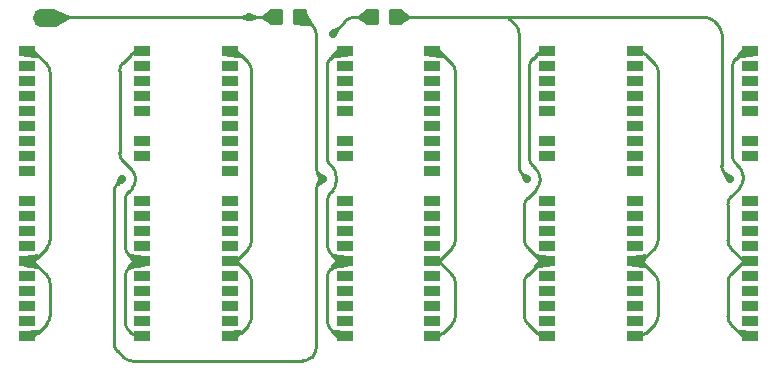
<source format=gtl>
G04 #@! TF.GenerationSoftware,KiCad,Pcbnew,7.0.6-0*
G04 #@! TF.CreationDate,2023-09-15T02:17:20-04:00*
G04 #@! TF.ProjectId,TMU Board,544d5520-426f-4617-9264-2e6b69636164,1*
G04 #@! TF.SameCoordinates,Original*
G04 #@! TF.FileFunction,Copper,L1,Top*
G04 #@! TF.FilePolarity,Positive*
%FSLAX46Y46*%
G04 Gerber Fmt 4.6, Leading zero omitted, Abs format (unit mm)*
G04 Created by KiCad (PCBNEW 7.0.6-0) date 2023-09-15 02:17:20*
%MOMM*%
%LPD*%
G01*
G04 APERTURE LIST*
G04 Aperture macros list*
%AMRoundRect*
0 Rectangle with rounded corners*
0 $1 Rounding radius*
0 $2 $3 $4 $5 $6 $7 $8 $9 X,Y pos of 4 corners*
0 Add a 4 corners polygon primitive as box body*
4,1,4,$2,$3,$4,$5,$6,$7,$8,$9,$2,$3,0*
0 Add four circle primitives for the rounded corners*
1,1,$1+$1,$2,$3*
1,1,$1+$1,$4,$5*
1,1,$1+$1,$6,$7*
1,1,$1+$1,$8,$9*
0 Add four rect primitives between the rounded corners*
20,1,$1+$1,$2,$3,$4,$5,0*
20,1,$1+$1,$4,$5,$6,$7,0*
20,1,$1+$1,$6,$7,$8,$9,0*
20,1,$1+$1,$8,$9,$2,$3,0*%
G04 Aperture macros list end*
G04 #@! TA.AperFunction,CastellatedPad*
%ADD10RoundRect,0.227500X0.477500X0.227500X-0.477500X0.227500X-0.477500X-0.227500X0.477500X-0.227500X0*%
G04 #@! TD*
G04 #@! TA.AperFunction,CastellatedPad*
%ADD11RoundRect,0.227500X-0.477500X-0.227500X0.477500X-0.227500X0.477500X0.227500X-0.477500X0.227500X0*%
G04 #@! TD*
G04 #@! TA.AperFunction,SMDPad,CuDef*
%ADD12RoundRect,0.250000X-0.350000X-0.450000X0.350000X-0.450000X0.350000X0.450000X-0.350000X0.450000X0*%
G04 #@! TD*
G04 #@! TA.AperFunction,SMDPad,CuDef*
%ADD13RoundRect,0.609600X-0.533400X-0.152400X0.533400X-0.152400X0.533400X0.152400X-0.533400X0.152400X0*%
G04 #@! TD*
G04 #@! TA.AperFunction,ViaPad*
%ADD14C,0.700000*%
G04 #@! TD*
G04 #@! TA.AperFunction,Conductor*
%ADD15C,0.250000*%
G04 #@! TD*
G04 APERTURE END LIST*
D10*
X154630000Y-114260000D03*
X154630000Y-112990000D03*
X154630000Y-111720000D03*
X154630000Y-110450000D03*
X154630000Y-109180000D03*
X154630000Y-107910000D03*
X154630000Y-106640000D03*
X154630000Y-105370000D03*
X154630000Y-104100000D03*
X154630000Y-102830000D03*
X154630000Y-99020000D03*
X154630000Y-97750000D03*
X154630000Y-95210000D03*
X154630000Y-93940000D03*
X154630000Y-92670000D03*
X154630000Y-91400000D03*
X154630000Y-90130000D03*
D11*
X144900000Y-90140000D03*
X144900000Y-91410000D03*
X144900000Y-92680000D03*
X144900000Y-93950000D03*
X144900000Y-95220000D03*
X144900000Y-96490000D03*
X144900000Y-97760000D03*
X144900000Y-99030000D03*
X144900000Y-100300000D03*
X144900000Y-102840000D03*
X144900000Y-104110000D03*
X144900000Y-105380000D03*
X144900000Y-106650000D03*
X144900000Y-107920000D03*
X144900000Y-109190000D03*
X144900000Y-110460000D03*
X144900000Y-111730000D03*
X144900000Y-113000000D03*
X144900000Y-114270000D03*
D12*
X131660000Y-87250000D03*
X133660000Y-87250000D03*
D13*
X112290000Y-87340000D03*
D10*
X171800000Y-114260000D03*
X171800000Y-112990000D03*
X171800000Y-111720000D03*
X171800000Y-110450000D03*
X171800000Y-109180000D03*
X171800000Y-107910000D03*
X171800000Y-106640000D03*
X171800000Y-105370000D03*
X171800000Y-104100000D03*
X171800000Y-102830000D03*
X171800000Y-99020000D03*
X171800000Y-97750000D03*
X171800000Y-95210000D03*
X171800000Y-93940000D03*
X171800000Y-92670000D03*
X171800000Y-91400000D03*
X171800000Y-90130000D03*
D11*
X162070000Y-90140000D03*
X162070000Y-91410000D03*
X162070000Y-92680000D03*
X162070000Y-93950000D03*
X162070000Y-95220000D03*
X162070000Y-96490000D03*
X162070000Y-97760000D03*
X162070000Y-99030000D03*
X162070000Y-100300000D03*
X162070000Y-102840000D03*
X162070000Y-104110000D03*
X162070000Y-105380000D03*
X162070000Y-106650000D03*
X162070000Y-107920000D03*
X162070000Y-109190000D03*
X162070000Y-110460000D03*
X162070000Y-111730000D03*
X162070000Y-113000000D03*
X162070000Y-114270000D03*
D10*
X120290000Y-114260000D03*
X120290000Y-112990000D03*
X120290000Y-111720000D03*
X120290000Y-110450000D03*
X120290000Y-109180000D03*
X120290000Y-107910000D03*
X120290000Y-106640000D03*
X120290000Y-105370000D03*
X120290000Y-104100000D03*
X120290000Y-102830000D03*
X120290000Y-99020000D03*
X120290000Y-97750000D03*
X120290000Y-95210000D03*
X120290000Y-93940000D03*
X120290000Y-92670000D03*
X120290000Y-91400000D03*
X120290000Y-90130000D03*
D11*
X110560000Y-90140000D03*
X110560000Y-91410000D03*
X110560000Y-92680000D03*
X110560000Y-93950000D03*
X110560000Y-95220000D03*
X110560000Y-96490000D03*
X110560000Y-97760000D03*
X110560000Y-99030000D03*
X110560000Y-100300000D03*
X110560000Y-102840000D03*
X110560000Y-104110000D03*
X110560000Y-105380000D03*
X110560000Y-106650000D03*
X110560000Y-107920000D03*
X110560000Y-109190000D03*
X110560000Y-110460000D03*
X110560000Y-111730000D03*
X110560000Y-113000000D03*
X110560000Y-114270000D03*
D10*
X137470000Y-114260000D03*
X137470000Y-112990000D03*
X137470000Y-111720000D03*
X137470000Y-110450000D03*
X137470000Y-109180000D03*
X137470000Y-107910000D03*
X137470000Y-106640000D03*
X137470000Y-105370000D03*
X137470000Y-104100000D03*
X137470000Y-102830000D03*
X137470000Y-99020000D03*
X137470000Y-97750000D03*
X137470000Y-95210000D03*
X137470000Y-93940000D03*
X137470000Y-92670000D03*
X137470000Y-91400000D03*
X137470000Y-90130000D03*
D11*
X127740000Y-90140000D03*
X127740000Y-91410000D03*
X127740000Y-92680000D03*
X127740000Y-93950000D03*
X127740000Y-95220000D03*
X127740000Y-96490000D03*
X127740000Y-97760000D03*
X127740000Y-99030000D03*
X127740000Y-100300000D03*
X127740000Y-102840000D03*
X127740000Y-104110000D03*
X127740000Y-105380000D03*
X127740000Y-106650000D03*
X127740000Y-107920000D03*
X127740000Y-109190000D03*
X127740000Y-110460000D03*
X127740000Y-111730000D03*
X127740000Y-113000000D03*
X127740000Y-114270000D03*
D12*
X139810000Y-87260000D03*
X141810000Y-87260000D03*
D14*
X136470000Y-88620000D03*
X129410000Y-87250000D03*
X118630000Y-100940000D03*
X135630000Y-100940000D03*
X170080000Y-100910000D03*
X152900000Y-100940000D03*
D15*
X129410000Y-87250000D02*
X131660000Y-87250000D01*
X129410000Y-87250000D02*
X112380000Y-87250000D01*
X138244214Y-87260000D02*
X139810000Y-87260000D01*
X136470000Y-88620000D02*
X137537107Y-87552893D01*
X112380000Y-87250000D02*
X112290000Y-87340000D01*
X138244214Y-87260010D02*
G75*
G03*
X137537107Y-87552893I-14J-999990D01*
G01*
X118410000Y-91814214D02*
X118410000Y-98725786D01*
X119182893Y-108497107D02*
X119477107Y-108202893D01*
X120550000Y-90130000D02*
X120094214Y-90130000D01*
X120164214Y-107910000D02*
X120550000Y-107910000D01*
X119467107Y-101722893D02*
X119182893Y-102007107D01*
X119760000Y-100904214D02*
X119760000Y-101015786D01*
X118702893Y-99432893D02*
X119467107Y-100197107D01*
X119387107Y-90422893D02*
X118702893Y-91107107D01*
X118890000Y-113065786D02*
X118890000Y-109204214D01*
X119377107Y-113967107D02*
X119182893Y-113772893D01*
X120550000Y-114260000D02*
X120084214Y-114260000D01*
X120184214Y-107910000D02*
X120550000Y-107910000D01*
X118890000Y-102714214D02*
X118890000Y-106635786D01*
X119182893Y-107342893D02*
X119457107Y-107617107D01*
X119182886Y-108497100D02*
G75*
G03*
X118890000Y-109204214I707114J-707100D01*
G01*
X118410010Y-98725786D02*
G75*
G03*
X118702893Y-99432893I999990J-14D01*
G01*
X119182886Y-102007100D02*
G75*
G03*
X118890000Y-102714214I707114J-707100D01*
G01*
X120094214Y-90130010D02*
G75*
G03*
X119387107Y-90422893I-14J-999990D01*
G01*
X119457100Y-107617114D02*
G75*
G03*
X120164214Y-107910000I707100J707114D01*
G01*
X118890010Y-106635786D02*
G75*
G03*
X119182893Y-107342893I999990J-14D01*
G01*
X119467114Y-101722900D02*
G75*
G03*
X119760000Y-101015786I-707114J707100D01*
G01*
X119759990Y-100904214D02*
G75*
G03*
X119467107Y-100197107I-999990J14D01*
G01*
X118702886Y-91107100D02*
G75*
G03*
X118410000Y-91814214I707114J-707100D01*
G01*
X120184214Y-107910010D02*
G75*
G03*
X119477107Y-108202893I-14J-999990D01*
G01*
X119377100Y-113967114D02*
G75*
G03*
X120084214Y-114260000I707100J707114D01*
G01*
X118890010Y-113065786D02*
G75*
G03*
X119182893Y-113772893I999990J-14D01*
G01*
X117950000Y-114835786D02*
X117950000Y-102034214D01*
X134010000Y-87210000D02*
X134767107Y-87967107D01*
X135060000Y-101924214D02*
X135060000Y-115215786D01*
X135352893Y-100662893D02*
X135630000Y-100940000D01*
X135630000Y-100940000D02*
X135352893Y-101217107D01*
X133955786Y-116320000D02*
X119434214Y-116320000D01*
X118242893Y-101327107D02*
X118630000Y-100940000D01*
X118727107Y-116027107D02*
X118242893Y-115542893D01*
X134767107Y-115922893D02*
X134662893Y-116027107D01*
X135060000Y-88674214D02*
X135060000Y-99955786D01*
X135060010Y-99955786D02*
G75*
G03*
X135352893Y-100662893I999990J-14D01*
G01*
X117950010Y-114835786D02*
G75*
G03*
X118242893Y-115542893I999990J-14D01*
G01*
X118242886Y-101327100D02*
G75*
G03*
X117950000Y-102034214I707114J-707100D01*
G01*
X134767114Y-115922900D02*
G75*
G03*
X135060000Y-115215786I-707114J707100D01*
G01*
X135352886Y-101217100D02*
G75*
G03*
X135060000Y-101924214I707114J-707100D01*
G01*
X135059990Y-88674214D02*
G75*
G03*
X134767107Y-87967107I-999990J14D01*
G01*
X133955786Y-116319990D02*
G75*
G03*
X134662893Y-116027107I14J999990D01*
G01*
X118727100Y-116027114D02*
G75*
G03*
X119434214Y-116320000I707100J707114D01*
G01*
X111462893Y-90432893D02*
X112227107Y-91197107D01*
X112520000Y-112515786D02*
X112520000Y-109774214D01*
X110300000Y-90140000D02*
X110755786Y-90140000D01*
X112520000Y-91904214D02*
X112520000Y-106075786D01*
X110665786Y-107920000D02*
X110300000Y-107920000D01*
X111472893Y-113977107D02*
X112227107Y-113222893D01*
X110300000Y-114270000D02*
X110765786Y-114270000D01*
X112227107Y-109067107D02*
X111372893Y-108212893D01*
X110675786Y-107920000D02*
X110300000Y-107920000D01*
X112227107Y-106782893D02*
X111382893Y-107627107D01*
X111462900Y-90432886D02*
G75*
G03*
X110755786Y-90140000I-707100J-707114D01*
G01*
X110675786Y-107919990D02*
G75*
G03*
X111382893Y-107627107I14J999990D01*
G01*
X112227114Y-106782900D02*
G75*
G03*
X112520000Y-106075786I-707114J707100D01*
G01*
X112227114Y-113222900D02*
G75*
G03*
X112520000Y-112515786I-707114J707100D01*
G01*
X112519990Y-91904214D02*
G75*
G03*
X112227107Y-91197107I-999990J14D01*
G01*
X111372900Y-108212886D02*
G75*
G03*
X110665786Y-107920000I-707100J-707114D01*
G01*
X110765786Y-114269990D02*
G75*
G03*
X111472893Y-113977107I14J999990D01*
G01*
X112519990Y-109774214D02*
G75*
G03*
X112227107Y-109067107I-999990J14D01*
G01*
X137364214Y-107910000D02*
X137730000Y-107910000D01*
X136302893Y-108547107D02*
X136647107Y-108202893D01*
X136740000Y-100664214D02*
X136740000Y-101215786D01*
X135970000Y-91444214D02*
X135970000Y-99065786D01*
X136302893Y-107262893D02*
X136657107Y-107617107D01*
X136262893Y-99772893D02*
X136447107Y-99957107D01*
X136010000Y-102774214D02*
X136010000Y-106555786D01*
X136447107Y-101922893D02*
X136302893Y-102067107D01*
X137730000Y-114260000D02*
X137284214Y-114260000D01*
X136010000Y-112985786D02*
X136010000Y-109254214D01*
X136577107Y-90422893D02*
X136262893Y-90737107D01*
X136577107Y-113967107D02*
X136302893Y-113692893D01*
X137730000Y-90130000D02*
X137284214Y-90130000D01*
X137354214Y-107910000D02*
X137730000Y-107910000D01*
X136010010Y-112985786D02*
G75*
G03*
X136302893Y-113692893I999990J-14D01*
G01*
X136657100Y-107617114D02*
G75*
G03*
X137364214Y-107910000I707100J707114D01*
G01*
X136262886Y-90737100D02*
G75*
G03*
X135970000Y-91444214I707114J-707100D01*
G01*
X136447114Y-101922900D02*
G75*
G03*
X136740000Y-101215786I-707114J707100D01*
G01*
X136302886Y-108547100D02*
G75*
G03*
X136010000Y-109254214I707114J-707100D01*
G01*
X136010010Y-106555786D02*
G75*
G03*
X136302893Y-107262893I999990J-14D01*
G01*
X135970010Y-99065786D02*
G75*
G03*
X136262893Y-99772893I999990J-14D01*
G01*
X136302886Y-102067100D02*
G75*
G03*
X136010000Y-102774214I707114J-707100D01*
G01*
X137354214Y-107910010D02*
G75*
G03*
X136647107Y-108202893I-14J-999990D01*
G01*
X136739990Y-100664214D02*
G75*
G03*
X136447107Y-99957107I-999990J14D01*
G01*
X137284214Y-90130010D02*
G75*
G03*
X136577107Y-90422893I-14J-999990D01*
G01*
X136577100Y-113967114D02*
G75*
G03*
X137284214Y-114260000I707100J707114D01*
G01*
X129580000Y-112635786D02*
X129580000Y-109634214D01*
X128250000Y-107920000D02*
X127942211Y-107920000D01*
X127480000Y-114270000D02*
X127945786Y-114270000D01*
X128652893Y-113977107D02*
X129287107Y-113342893D01*
X128280000Y-107920000D02*
X127942211Y-107920000D01*
X127480000Y-90140000D02*
X127945786Y-90140000D01*
X127942211Y-107920000D02*
X127480000Y-107920000D01*
X129287107Y-106882893D02*
X128250000Y-107920000D01*
X128652893Y-90432893D02*
X129287107Y-91067107D01*
X129580000Y-91774214D02*
X129580000Y-106175786D01*
X129287107Y-108927107D02*
X128280000Y-107920000D01*
X128652900Y-90432886D02*
G75*
G03*
X127945786Y-90140000I-707100J-707114D01*
G01*
X129579990Y-109634214D02*
G75*
G03*
X129287107Y-108927107I-999990J14D01*
G01*
X129579990Y-91774214D02*
G75*
G03*
X129287107Y-91067107I-999990J14D01*
G01*
X129287114Y-106882900D02*
G75*
G03*
X129580000Y-106175786I-707114J707100D01*
G01*
X127945786Y-114269990D02*
G75*
G03*
X128652893Y-113977107I14J999990D01*
G01*
X129287114Y-113342900D02*
G75*
G03*
X129580000Y-112635786I-707114J707100D01*
G01*
X154524214Y-107910000D02*
X154890000Y-107910000D01*
X154890000Y-90130000D02*
X154434214Y-90130000D01*
X152972893Y-109027107D02*
X153797107Y-108202893D01*
X152680000Y-103254214D02*
X152680000Y-106065786D01*
X153727107Y-90422893D02*
X153402893Y-90747107D01*
X153110000Y-91454214D02*
X153110000Y-99125786D01*
X153402893Y-99832893D02*
X153687107Y-100117107D01*
X154890000Y-114260000D02*
X154434214Y-114260000D01*
X152680000Y-112505786D02*
X152680000Y-109734214D01*
X153980000Y-100824214D02*
X153980000Y-101125786D01*
X153687107Y-101832893D02*
X152972893Y-102547107D01*
X154504214Y-107910000D02*
X154890000Y-107910000D01*
X153727107Y-113967107D02*
X152972893Y-113212893D01*
X152972893Y-106772893D02*
X153817107Y-107617107D01*
X153817100Y-107617114D02*
G75*
G03*
X154524214Y-107910000I707100J707114D01*
G01*
X154434214Y-90130010D02*
G75*
G03*
X153727107Y-90422893I-14J-999990D01*
G01*
X152680010Y-112505786D02*
G75*
G03*
X152972893Y-113212893I999990J-14D01*
G01*
X153687114Y-101832900D02*
G75*
G03*
X153980000Y-101125786I-707114J707100D01*
G01*
X153979990Y-100824214D02*
G75*
G03*
X153687107Y-100117107I-999990J14D01*
G01*
X153110010Y-99125786D02*
G75*
G03*
X153402893Y-99832893I999990J-14D01*
G01*
X152972886Y-109027100D02*
G75*
G03*
X152680000Y-109734214I707114J-707100D01*
G01*
X153727100Y-113967114D02*
G75*
G03*
X154434214Y-114260000I707100J707114D01*
G01*
X154504214Y-107910010D02*
G75*
G03*
X153797107Y-108202893I-14J-999990D01*
G01*
X152972886Y-102547100D02*
G75*
G03*
X152680000Y-103254214I707114J-707100D01*
G01*
X152680010Y-106065786D02*
G75*
G03*
X152972893Y-106772893I999990J-14D01*
G01*
X153402886Y-90747100D02*
G75*
G03*
X153110000Y-91454214I707114J-707100D01*
G01*
X169380000Y-99795786D02*
X169380000Y-88634214D01*
X151947107Y-87897107D02*
X151320000Y-87270000D01*
X169087107Y-87927107D02*
X168712893Y-87552893D01*
X170080000Y-100910000D02*
X169672893Y-100502893D01*
X151320000Y-87270000D02*
X151320000Y-87260000D01*
X151320000Y-87260000D02*
X141810000Y-87260000D01*
X152240000Y-99865786D02*
X152240000Y-88604214D01*
X152900000Y-100940000D02*
X152532893Y-100572893D01*
X168005786Y-87260000D02*
X151320000Y-87260000D01*
X169379990Y-88634214D02*
G75*
G03*
X169087107Y-87927107I-999990J14D01*
G01*
X152239990Y-88604214D02*
G75*
G03*
X151947107Y-87897107I-999990J14D01*
G01*
X152240010Y-99865786D02*
G75*
G03*
X152532893Y-100572893I999990J-14D01*
G01*
X169380010Y-99795786D02*
G75*
G03*
X169672893Y-100502893I999990J-14D01*
G01*
X168712900Y-87552886D02*
G75*
G03*
X168005786Y-87260000I-707100J-707114D01*
G01*
X144640000Y-114270000D02*
X145115786Y-114270000D01*
X146850000Y-112535786D02*
X146850000Y-109754214D01*
X145812893Y-90432893D02*
X146557107Y-91177107D01*
X146850000Y-91884214D02*
X146850000Y-106085786D01*
X146557107Y-109047107D02*
X145430000Y-107920000D01*
X145430000Y-107920000D02*
X144640000Y-107920000D01*
X146557107Y-106792893D02*
X145430000Y-107920000D01*
X144640000Y-90140000D02*
X145105786Y-90140000D01*
X145822893Y-113977107D02*
X146557107Y-113242893D01*
X146557114Y-113242900D02*
G75*
G03*
X146850000Y-112535786I-707114J707100D01*
G01*
X145812900Y-90432886D02*
G75*
G03*
X145105786Y-90140000I-707100J-707114D01*
G01*
X145115786Y-114269990D02*
G75*
G03*
X145822893Y-113977107I14J999990D01*
G01*
X146849990Y-109754214D02*
G75*
G03*
X146557107Y-109047107I-999990J14D01*
G01*
X146557114Y-106792900D02*
G75*
G03*
X146850000Y-106085786I-707114J707100D01*
G01*
X146849990Y-91884214D02*
G75*
G03*
X146557107Y-91177107I-999990J14D01*
G01*
X170917107Y-90422893D02*
X170582893Y-90757107D01*
X170582893Y-99632893D02*
X170877107Y-99927107D01*
X171170000Y-100634214D02*
X171170000Y-101035786D01*
X170202893Y-106842893D02*
X171270000Y-107910000D01*
X169910000Y-103124214D02*
X169910000Y-106135786D01*
X170877107Y-101742893D02*
X170202893Y-102417107D01*
X171270000Y-107910000D02*
X172060000Y-107910000D01*
X170290000Y-91464214D02*
X170290000Y-98925786D01*
X172060000Y-90130000D02*
X171624214Y-90130000D01*
X170907107Y-113967107D02*
X170212893Y-113272893D01*
X172060000Y-114260000D02*
X171614214Y-114260000D01*
X169920000Y-112565786D02*
X169920000Y-109674214D01*
X170212893Y-108967107D02*
X171270000Y-107910000D01*
X170907100Y-113967114D02*
G75*
G03*
X171614214Y-114260000I707100J707114D01*
G01*
X170582886Y-90757100D02*
G75*
G03*
X170290000Y-91464214I707114J-707100D01*
G01*
X170290010Y-98925786D02*
G75*
G03*
X170582893Y-99632893I999990J-14D01*
G01*
X169910010Y-106135786D02*
G75*
G03*
X170202893Y-106842893I999990J-14D01*
G01*
X169920010Y-112565786D02*
G75*
G03*
X170212893Y-113272893I999990J-14D01*
G01*
X170202886Y-102417100D02*
G75*
G03*
X169910000Y-103124214I707114J-707100D01*
G01*
X170877114Y-101742900D02*
G75*
G03*
X171170000Y-101035786I-707114J707100D01*
G01*
X170212886Y-108967100D02*
G75*
G03*
X169920000Y-109674214I707114J-707100D01*
G01*
X171624214Y-90130010D02*
G75*
G03*
X170917107Y-90422893I-14J-999990D01*
G01*
X171169990Y-100634214D02*
G75*
G03*
X170877107Y-99927107I-999990J14D01*
G01*
X162272211Y-107920000D02*
X162590000Y-107920000D01*
X162275786Y-90140000D02*
X161810000Y-90140000D01*
X162590000Y-107920000D02*
X163737107Y-106772893D01*
X162272211Y-107920000D02*
X162600000Y-107920000D01*
X162600000Y-107920000D02*
X163737107Y-109057107D01*
X164030000Y-106065786D02*
X164030000Y-91894214D01*
X163737107Y-91187107D02*
X162982893Y-90432893D01*
X161810000Y-107920000D02*
X162272211Y-107920000D01*
X162265786Y-114270000D02*
X161810000Y-114270000D01*
X163737107Y-113212893D02*
X162972893Y-113977107D01*
X164030000Y-109764214D02*
X164030000Y-112505786D01*
X164029990Y-91894214D02*
G75*
G03*
X163737107Y-91187107I-999990J14D01*
G01*
X164029990Y-109764214D02*
G75*
G03*
X163737107Y-109057107I-999990J14D01*
G01*
X162982900Y-90432886D02*
G75*
G03*
X162275786Y-90140000I-707100J-707114D01*
G01*
X162265786Y-114269990D02*
G75*
G03*
X162972893Y-113977107I14J999990D01*
G01*
X163737114Y-106772900D02*
G75*
G03*
X164030000Y-106065786I-707114J707100D01*
G01*
X163737114Y-113212900D02*
G75*
G03*
X164030000Y-112505786I-707114J707100D01*
G01*
G04 #@! TA.AperFunction,Conductor*
G36*
X162777084Y-107807841D02*
G01*
X162779054Y-107809816D01*
X162872831Y-107929565D01*
X163178731Y-108320186D01*
X163181133Y-108328813D01*
X163177792Y-108335673D01*
X163012272Y-108501193D01*
X163003999Y-108504620D01*
X163002818Y-108504560D01*
X161820815Y-108384593D01*
X161812930Y-108380348D01*
X161810296Y-108372953D01*
X161810296Y-107929565D01*
X161813723Y-107921292D01*
X161820613Y-107917948D01*
X162768467Y-107805414D01*
X162777084Y-107807841D01*
G37*
G04 #@! TD.AperFunction*
G04 #@! TA.AperFunction,Conductor*
G36*
X131122375Y-86657745D02*
G01*
X131653840Y-87242128D01*
X131656871Y-87250554D01*
X131653840Y-87257872D01*
X131122375Y-87842254D01*
X131114273Y-87846069D01*
X131106853Y-87843855D01*
X130464834Y-87378503D01*
X130460146Y-87370873D01*
X130460000Y-87369030D01*
X130460000Y-87130969D01*
X130463427Y-87122696D01*
X130464834Y-87121496D01*
X131106855Y-86656143D01*
X131115562Y-86654063D01*
X131122375Y-86657745D01*
G37*
G04 #@! TD.AperFunction*
G04 #@! TA.AperFunction,Conductor*
G36*
X111267222Y-107822328D02*
G01*
X111268987Y-107824107D01*
X111353322Y-107929716D01*
X111690996Y-108352573D01*
X111693480Y-108361176D01*
X111690126Y-108368147D01*
X111524791Y-108533482D01*
X111516518Y-108536909D01*
X111515076Y-108536820D01*
X110310757Y-108387205D01*
X110302969Y-108382784D01*
X110300499Y-108375594D01*
X110300499Y-107929716D01*
X110303926Y-107921443D01*
X110310990Y-107918078D01*
X111258641Y-107819773D01*
X111267222Y-107822328D01*
G37*
G04 #@! TD.AperFunction*
G04 #@! TA.AperFunction,Conductor*
G36*
X153931345Y-107799831D02*
G01*
X154879128Y-107907971D01*
X154886958Y-107912313D01*
X154889500Y-107919595D01*
X154889500Y-108364208D01*
X154886073Y-108372481D01*
X154879115Y-108375834D01*
X153668995Y-108512749D01*
X153660389Y-108510274D01*
X153659407Y-108509396D01*
X153494092Y-108344081D01*
X153490665Y-108335808D01*
X153493297Y-108328415D01*
X153920960Y-107804060D01*
X153928843Y-107799817D01*
X153931345Y-107799831D01*
G37*
G04 #@! TD.AperFunction*
G04 #@! TA.AperFunction,Conductor*
G36*
X128730307Y-113729319D02*
G01*
X128730881Y-113729856D01*
X128896120Y-113895095D01*
X128899547Y-113903368D01*
X128896611Y-113911119D01*
X128449243Y-114416980D01*
X128441196Y-114420907D01*
X128438671Y-114420788D01*
X127490391Y-114272442D01*
X127482747Y-114267778D01*
X127480499Y-114260886D01*
X127480499Y-113820913D01*
X127483927Y-113812641D01*
X127491412Y-113809241D01*
X128721824Y-113726455D01*
X128730307Y-113729319D01*
G37*
G04 #@! TD.AperFunction*
G04 #@! TA.AperFunction,Conductor*
G36*
X145607374Y-89991318D02*
G01*
X145609244Y-89993019D01*
X146056611Y-90498881D01*
X146059525Y-90507348D01*
X146056120Y-90514904D01*
X145890881Y-90680143D01*
X145882608Y-90683570D01*
X145881823Y-90683544D01*
X144651010Y-90600730D01*
X144642985Y-90596755D01*
X144640095Y-90589056D01*
X144640095Y-90149177D01*
X144643522Y-90140904D01*
X144649981Y-90137620D01*
X145598671Y-89989211D01*
X145607374Y-89991318D01*
G37*
G04 #@! TD.AperFunction*
G04 #@! TA.AperFunction,Conductor*
G36*
X113063734Y-86627503D02*
G01*
X113068629Y-86629656D01*
X114188010Y-87121926D01*
X114194204Y-87128393D01*
X114195000Y-87132636D01*
X114195000Y-87368363D01*
X114191573Y-87376636D01*
X114189304Y-87378405D01*
X113064232Y-88051083D01*
X113055373Y-88052387D01*
X113050250Y-88049599D01*
X112330200Y-87378405D01*
X112298179Y-87348556D01*
X112294465Y-87340411D01*
X112297600Y-87332022D01*
X112298167Y-87331454D01*
X113051049Y-86629655D01*
X113059437Y-86626521D01*
X113063734Y-86627503D01*
G37*
G04 #@! TD.AperFunction*
G04 #@! TA.AperFunction,Conductor*
G36*
X136492927Y-113701215D02*
G01*
X137718723Y-113798035D01*
X137726699Y-113802102D01*
X137729500Y-113809698D01*
X137729500Y-114250762D01*
X137726073Y-114259035D01*
X137719487Y-114262340D01*
X136771333Y-114400490D01*
X136762652Y-114398292D01*
X136760810Y-114396581D01*
X136317930Y-113885801D01*
X136315100Y-113877305D01*
X136318496Y-113869864D01*
X136483754Y-113704606D01*
X136492026Y-113701180D01*
X136492927Y-113701215D01*
G37*
G04 #@! TD.AperFunction*
G04 #@! TA.AperFunction,Conductor*
G36*
X171101335Y-89994663D02*
G01*
X172049427Y-90127709D01*
X172057142Y-90132251D01*
X172059499Y-90139294D01*
X172059499Y-90580931D01*
X172056072Y-90589204D01*
X172048788Y-90592589D01*
X170825333Y-90696401D01*
X170816800Y-90693686D01*
X170816071Y-90693016D01*
X170650806Y-90527751D01*
X170647379Y-90519478D01*
X170650202Y-90511857D01*
X170976111Y-90132251D01*
X171090833Y-89998627D01*
X171098821Y-89994583D01*
X171101335Y-89994663D01*
G37*
G04 #@! TD.AperFunction*
G04 #@! TA.AperFunction,Conductor*
G36*
X169714569Y-100365186D02*
G01*
X169716750Y-100366153D01*
X170203529Y-100582025D01*
X170209703Y-100588511D01*
X170209606Y-100597172D01*
X170082412Y-100906316D01*
X170076095Y-100912663D01*
X170076039Y-100912686D01*
X169766927Y-101039712D01*
X169757972Y-101039687D01*
X169751899Y-101033882D01*
X169505114Y-100510581D01*
X169504684Y-100501636D01*
X169509195Y-100495863D01*
X169703327Y-100366152D01*
X169712109Y-100364406D01*
X169714569Y-100365186D01*
G37*
G04 #@! TD.AperFunction*
G04 #@! TA.AperFunction,Conductor*
G36*
X136771353Y-107804798D02*
G01*
X137719069Y-107908024D01*
X137726920Y-107912325D01*
X137729500Y-107919654D01*
X137729500Y-108364894D01*
X137726073Y-108373167D01*
X137719179Y-108376512D01*
X136511960Y-108519784D01*
X136503341Y-108517357D01*
X136502308Y-108516439D01*
X136336982Y-108351113D01*
X136333555Y-108342840D01*
X136336148Y-108335495D01*
X136760985Y-107809081D01*
X136768847Y-107804796D01*
X136771353Y-107804798D01*
G37*
G04 #@! TD.AperFunction*
G04 #@! TA.AperFunction,Conductor*
G36*
X142363145Y-86666143D02*
G01*
X143005166Y-87131496D01*
X143009854Y-87139126D01*
X143010000Y-87140969D01*
X143010000Y-87379030D01*
X143006573Y-87387303D01*
X143005166Y-87388503D01*
X142363146Y-87853855D01*
X142354437Y-87855936D01*
X142347624Y-87852254D01*
X141924775Y-87387303D01*
X141816158Y-87267871D01*
X141813128Y-87259446D01*
X141816159Y-87252128D01*
X142347626Y-86667743D01*
X142355726Y-86663930D01*
X142363145Y-86666143D01*
G37*
G04 #@! TD.AperFunction*
G04 #@! TA.AperFunction,Conductor*
G36*
X170822927Y-113701215D02*
G01*
X172048723Y-113798035D01*
X172056699Y-113802102D01*
X172059500Y-113809698D01*
X172059500Y-114250761D01*
X172056073Y-114259034D01*
X172049487Y-114262339D01*
X171101333Y-114400490D01*
X171092652Y-114398292D01*
X171090810Y-114396581D01*
X170647930Y-113885801D01*
X170645100Y-113877305D01*
X170648496Y-113869864D01*
X170813754Y-113704606D01*
X170822026Y-113701180D01*
X170822927Y-113701215D01*
G37*
G04 #@! TD.AperFunction*
G04 #@! TA.AperFunction,Conductor*
G36*
X130102170Y-87122256D02*
G01*
X130108844Y-87128225D01*
X130110000Y-87133297D01*
X130110000Y-87366702D01*
X130106573Y-87374975D01*
X130102169Y-87377744D01*
X129554355Y-87569707D01*
X129545414Y-87569209D01*
X129539688Y-87563171D01*
X129410880Y-87254506D01*
X129410857Y-87245551D01*
X129410880Y-87245494D01*
X129457701Y-87133297D01*
X129539688Y-86936827D01*
X129546037Y-86930513D01*
X129554355Y-86930292D01*
X130102170Y-87122256D01*
G37*
G04 #@! TD.AperFunction*
G04 #@! TA.AperFunction,Conductor*
G36*
X135295778Y-100383094D02*
G01*
X135754198Y-100611783D01*
X135760071Y-100618542D01*
X135759793Y-100626708D01*
X135632240Y-100936411D01*
X135625921Y-100942755D01*
X135625869Y-100942777D01*
X135317447Y-101069499D01*
X135308492Y-101069474D01*
X135302185Y-101063140D01*
X135064496Y-100487183D01*
X135064507Y-100478228D01*
X135070832Y-100471912D01*
X135286081Y-100382756D01*
X135295035Y-100382756D01*
X135295778Y-100383094D01*
G37*
G04 #@! TD.AperFunction*
G04 #@! TA.AperFunction,Conductor*
G36*
X111267361Y-89996511D02*
G01*
X111269218Y-89998219D01*
X111714340Y-90506540D01*
X111717212Y-90515021D01*
X111713811Y-90522520D01*
X111548564Y-90687767D01*
X111540291Y-90691194D01*
X111539438Y-90691163D01*
X110311346Y-90601352D01*
X110303344Y-90597331D01*
X110300500Y-90589685D01*
X110300500Y-90149172D01*
X110303926Y-90140902D01*
X110310448Y-90137607D01*
X111258669Y-89994358D01*
X111267361Y-89996511D01*
G37*
G04 #@! TD.AperFunction*
G04 #@! TA.AperFunction,Conductor*
G36*
X152574382Y-100434830D02*
G01*
X153022911Y-100612279D01*
X153029343Y-100618509D01*
X153029486Y-100627462D01*
X153029426Y-100627610D01*
X152902412Y-100936316D01*
X152896095Y-100942663D01*
X152896039Y-100942686D01*
X152587294Y-101069561D01*
X152578339Y-101069536D01*
X152572097Y-101063357D01*
X152364654Y-100580403D01*
X152364537Y-100571449D01*
X152368902Y-100566058D01*
X152563581Y-100435982D01*
X152572364Y-100434236D01*
X152574382Y-100434830D01*
G37*
G04 #@! TD.AperFunction*
G04 #@! TA.AperFunction,Conductor*
G36*
X136514912Y-107293178D02*
G01*
X137719245Y-107442792D01*
X137727030Y-107447212D01*
X137729500Y-107454402D01*
X137729500Y-107900281D01*
X137726073Y-107908554D01*
X137719007Y-107911919D01*
X136771359Y-108010225D01*
X136762777Y-108007670D01*
X136761012Y-108005891D01*
X136339002Y-107477425D01*
X136336519Y-107468823D01*
X136339872Y-107461853D01*
X136505209Y-107296516D01*
X136513481Y-107293090D01*
X136514912Y-107293178D01*
G37*
G04 #@! TD.AperFunction*
G04 #@! TA.AperFunction,Conductor*
G36*
X128447374Y-89991318D02*
G01*
X128449244Y-89993019D01*
X128896611Y-90498881D01*
X128899525Y-90507348D01*
X128896120Y-90514904D01*
X128730881Y-90680143D01*
X128722608Y-90683570D01*
X128721823Y-90683544D01*
X127491415Y-90600757D01*
X127483390Y-90596782D01*
X127480500Y-90589083D01*
X127480500Y-90498881D01*
X127480499Y-90149111D01*
X127483926Y-90140841D01*
X127490386Y-90137557D01*
X128438671Y-89989211D01*
X128447374Y-89991318D01*
G37*
G04 #@! TD.AperFunction*
G04 #@! TA.AperFunction,Conductor*
G36*
X153674912Y-107293178D02*
G01*
X154879245Y-107442792D01*
X154887030Y-107447212D01*
X154889500Y-107454402D01*
X154889500Y-107900281D01*
X154886073Y-107908554D01*
X154879007Y-107911919D01*
X153931359Y-108010225D01*
X153922777Y-108007670D01*
X153921012Y-108005891D01*
X153499002Y-107477425D01*
X153496519Y-107468823D01*
X153499872Y-107461853D01*
X153665209Y-107296516D01*
X153673481Y-107293090D01*
X153674912Y-107293178D01*
G37*
G04 #@! TD.AperFunction*
G04 #@! TA.AperFunction,Conductor*
G36*
X136771326Y-89989507D02*
G01*
X137719487Y-90127657D01*
X137727180Y-90132241D01*
X137729500Y-90139235D01*
X137729500Y-90580299D01*
X137726073Y-90588572D01*
X137718721Y-90591963D01*
X136492947Y-90688783D01*
X136484430Y-90686018D01*
X136483753Y-90685392D01*
X136318497Y-90520136D01*
X136315070Y-90511863D01*
X136317929Y-90504199D01*
X136760809Y-89993419D01*
X136768815Y-89989416D01*
X136771326Y-89989507D01*
G37*
G04 #@! TD.AperFunction*
G04 #@! TA.AperFunction,Conductor*
G36*
X135625870Y-100937223D02*
G01*
X135632218Y-100943535D01*
X135632240Y-100943588D01*
X135759793Y-101253291D01*
X135759775Y-101262246D01*
X135754198Y-101268217D01*
X135295780Y-101496904D01*
X135286847Y-101497530D01*
X135286080Y-101497243D01*
X135070834Y-101408088D01*
X135064502Y-101401757D01*
X135064496Y-101392816D01*
X135302186Y-100816857D01*
X135308508Y-100810518D01*
X135317445Y-100810500D01*
X135625870Y-100937223D01*
G37*
G04 #@! TD.AperFunction*
G04 #@! TA.AperFunction,Conductor*
G36*
X118317098Y-100810357D02*
G01*
X118626039Y-100937313D01*
X118632389Y-100943627D01*
X118632412Y-100943683D01*
X118759521Y-101252621D01*
X118759500Y-101261576D01*
X118753237Y-101267858D01*
X118284484Y-101464984D01*
X118275529Y-101465032D01*
X118273448Y-101463927D01*
X118079055Y-101334043D01*
X118074080Y-101326598D01*
X118074890Y-101319505D01*
X118301991Y-100816365D01*
X118308516Y-100810236D01*
X118317098Y-100810357D01*
G37*
G04 #@! TD.AperFunction*
G04 #@! TA.AperFunction,Conductor*
G36*
X129274585Y-86930790D02*
G01*
X129280311Y-86936828D01*
X129409119Y-87245494D01*
X129409142Y-87254449D01*
X129409119Y-87254506D01*
X129280311Y-87563171D01*
X129273962Y-87569486D01*
X129265644Y-87569707D01*
X128717831Y-87377744D01*
X128711156Y-87371774D01*
X128710000Y-87366702D01*
X128710000Y-87133297D01*
X128713427Y-87125024D01*
X128717827Y-87122256D01*
X129265644Y-86930292D01*
X129274585Y-86930790D01*
G37*
G04 #@! TD.AperFunction*
G04 #@! TA.AperFunction,Conductor*
G36*
X120539008Y-107908078D02*
G01*
X120546883Y-107912341D01*
X120549500Y-107919716D01*
X120549500Y-108365595D01*
X120546073Y-108373868D01*
X120539242Y-108377206D01*
X119334923Y-108526820D01*
X119326291Y-108524439D01*
X119325208Y-108523482D01*
X119159873Y-108358147D01*
X119156446Y-108349874D01*
X119159002Y-108342575D01*
X119581011Y-107814108D01*
X119588850Y-107809784D01*
X119591352Y-107809773D01*
X120539008Y-107908078D01*
G37*
G04 #@! TD.AperFunction*
G04 #@! TA.AperFunction,Conductor*
G36*
X111550307Y-113729319D02*
G01*
X111550881Y-113729856D01*
X111716120Y-113895095D01*
X111719547Y-113903368D01*
X111716611Y-113911119D01*
X111269243Y-114416980D01*
X111261196Y-114420907D01*
X111258671Y-114420788D01*
X110310391Y-114272442D01*
X110302747Y-114267778D01*
X110300500Y-114260886D01*
X110300500Y-113820911D01*
X110303926Y-113812641D01*
X110311411Y-113809241D01*
X111541824Y-113726455D01*
X111550307Y-113729319D01*
G37*
G04 #@! TD.AperFunction*
G04 #@! TA.AperFunction,Conductor*
G36*
X111526659Y-107312643D02*
G01*
X111527691Y-107313560D01*
X111693017Y-107478886D01*
X111696444Y-107487159D01*
X111693849Y-107494507D01*
X111269015Y-108020917D01*
X111261152Y-108025203D01*
X111258643Y-108025200D01*
X110509236Y-107943573D01*
X110310931Y-107921973D01*
X110303079Y-107917672D01*
X110300499Y-107910343D01*
X110300499Y-107465103D01*
X110303926Y-107456830D01*
X110310817Y-107453486D01*
X111518039Y-107310215D01*
X111526659Y-107312643D01*
G37*
G04 #@! TD.AperFunction*
G04 #@! TA.AperFunction,Conductor*
G36*
X139272375Y-86667745D02*
G01*
X139803840Y-87252128D01*
X139806871Y-87260554D01*
X139803840Y-87267872D01*
X139272375Y-87852254D01*
X139264273Y-87856069D01*
X139256853Y-87853855D01*
X138614834Y-87388503D01*
X138610146Y-87380873D01*
X138610000Y-87379030D01*
X138610000Y-87140969D01*
X138613427Y-87132696D01*
X138614834Y-87131496D01*
X139256855Y-86666143D01*
X139265562Y-86664063D01*
X139272375Y-86667745D01*
G37*
G04 #@! TD.AperFunction*
G04 #@! TA.AperFunction,Conductor*
G36*
X163011365Y-107327996D02*
G01*
X163012311Y-107328845D01*
X163177818Y-107494352D01*
X163181245Y-107502625D01*
X163178782Y-107509806D01*
X162779025Y-108023966D01*
X162771241Y-108028394D01*
X162768482Y-108028412D01*
X161820690Y-107921986D01*
X161812851Y-107917657D01*
X161810296Y-107910359D01*
X161810296Y-107466143D01*
X161813723Y-107457870D01*
X161820723Y-107454513D01*
X163002769Y-107325487D01*
X163011365Y-107327996D01*
G37*
G04 #@! TD.AperFunction*
G04 #@! TA.AperFunction,Conductor*
G36*
X134265769Y-86925532D02*
G01*
X134768116Y-87788086D01*
X134769319Y-87796959D01*
X134766279Y-87802247D01*
X134599419Y-87969107D01*
X134591146Y-87972534D01*
X134590866Y-87972531D01*
X133662617Y-87950277D01*
X133654428Y-87946652D01*
X133651198Y-87938444D01*
X133659213Y-87256084D01*
X133662737Y-87247852D01*
X133665227Y-87245996D01*
X134249979Y-86921191D01*
X134258874Y-86920170D01*
X134265769Y-86925532D01*
G37*
G04 #@! TD.AperFunction*
G04 #@! TA.AperFunction,Conductor*
G36*
X136882453Y-88042505D02*
G01*
X137047494Y-88207546D01*
X137050921Y-88215819D01*
X137049765Y-88220891D01*
X136798142Y-88743992D01*
X136791467Y-88749962D01*
X136783149Y-88749741D01*
X136473808Y-88622563D01*
X136467460Y-88616249D01*
X136340257Y-88306850D01*
X136340281Y-88297895D01*
X136346005Y-88291858D01*
X136869110Y-88040233D01*
X136878049Y-88039736D01*
X136882453Y-88042505D01*
G37*
G04 #@! TD.AperFunction*
G04 #@! TA.AperFunction,Conductor*
G36*
X119328982Y-107307249D02*
G01*
X120539116Y-107444163D01*
X120546951Y-107448498D01*
X120549500Y-107455789D01*
X120549500Y-107900402D01*
X120546073Y-107908675D01*
X120539126Y-107912027D01*
X119591351Y-108020167D01*
X119582743Y-108017700D01*
X119580961Y-108015940D01*
X119153297Y-107491585D01*
X119150725Y-107483009D01*
X119154091Y-107475919D01*
X119319408Y-107310602D01*
X119327680Y-107307176D01*
X119328982Y-107307249D01*
G37*
G04 #@! TD.AperFunction*
M02*

</source>
